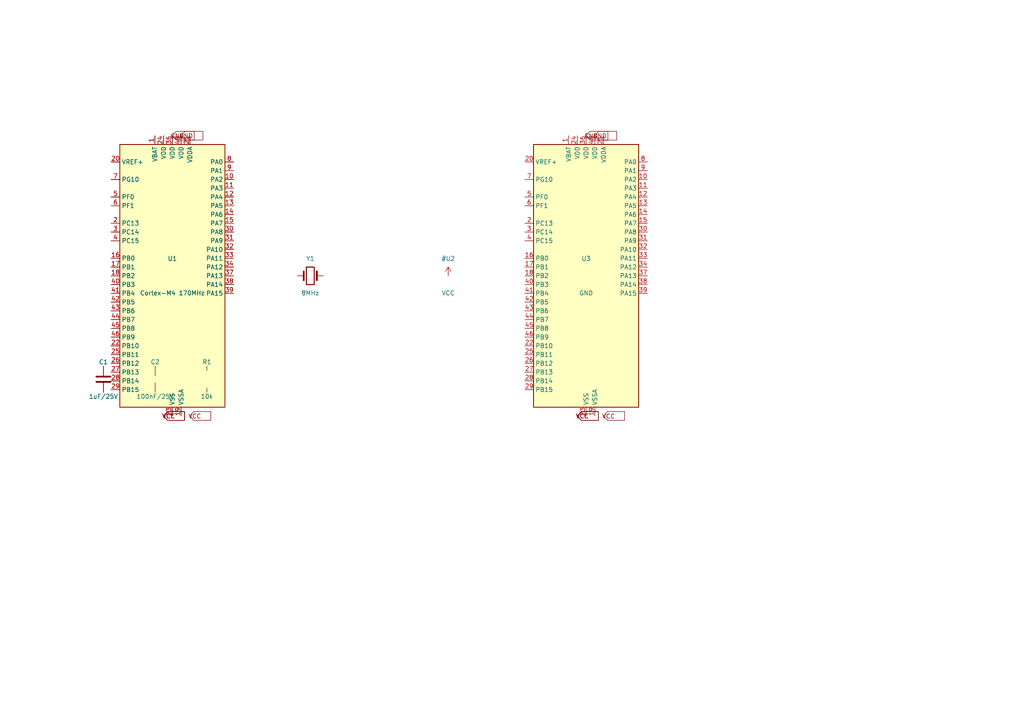
<source format=kicad_sch>
(kicad_sch (version 20231120) (generator "nexus_ee_design")
  (paper "A4")
  (lib_symbols
    (symbol "STM32G431CBTxZ"
      (property "Reference" "U" (at -15.24 39.37 0))
      (property "Value" "STM32G431CBTxZ" (at 7.62 39.37 0))
      (symbol "STM32G431CBTxZ_0_1"
        (rectangle (start -15.24 -38.1) (end 15.24 38.1) (stroke (width 0.254)) (fill (type background)))
      )
      (symbol "STM32G431CBTxZ_1_1"
        (pin input line (at -17.78 33.02 0) (length 2.54) (name "VREF+") (number "20"))
        (pin bidirectional line (at -17.78 27.94 0) (length 2.54) (name "PG10") (number "7"))
        (pin bidirectional line (at -17.78 22.86 0) (length 2.54) (name "PF0") (number "5"))
        (pin bidirectional line (at -17.78 20.32 0) (length 2.54) (name "PF1") (number "6"))
        (pin bidirectional line (at -17.78 15.24 0) (length 2.54) (name "PC13") (number "2"))
        (pin bidirectional line (at -17.78 12.7 0) (length 2.54) (name "PC14") (number "3"))
        (pin bidirectional line (at -17.78 10.16 0) (length 2.54) (name "PC15") (number "4"))
        (pin bidirectional line (at -17.78 5.08 0) (length 2.54) (name "PB0") (number "16"))
        (pin bidirectional line (at -17.78 2.54 0) (length 2.54) (name "PB1") (number "17"))
        (pin bidirectional line (at -17.78 0 0) (length 2.54) (name "PB2") (number "18"))
        (pin bidirectional line (at -17.78 -2.54 0) (length 2.54) (name "PB3") (number "40"))
        (pin bidirectional line (at -17.78 -5.08 0) (length 2.54) (name "PB4") (number "41"))
        (pin bidirectional line (at -17.78 -7.62 0) (length 2.54) (name "PB5") (number "42"))
        (pin bidirectional line (at -17.78 -10.16 0) (length 2.54) (name "PB6") (number "43"))
        (pin bidirectional line (at -17.78 -12.7 0) (length 2.54) (name "PB7") (number "44"))
        (pin bidirectional line (at -17.78 -15.24 0) (length 2.54) (name "PB8") (number "45"))
        (pin bidirectional line (at -17.78 -17.78 0) (length 2.54) (name "PB9") (number "46"))
        (pin bidirectional line (at -17.78 -20.32 0) (length 2.54) (name "PB10") (number "22"))
        (pin bidirectional line (at -17.78 -22.86 0) (length 2.54) (name "PB11") (number "25"))
        (pin bidirectional line (at -17.78 -25.4 0) (length 2.54) (name "PB12") (number "26"))
        (pin bidirectional line (at -17.78 -27.94 0) (length 2.54) (name "PB13") (number "27"))
        (pin bidirectional line (at -17.78 -30.48 0) (length 2.54) (name "PB14") (number "28"))
        (pin bidirectional line (at -17.78 -33.02 0) (length 2.54) (name "PB15") (number "29"))
        (pin power_in line (at -5.08 40.64 270) (length 2.54) (name "VBAT") (number "1"))
        (pin power_in line (at -2.54 40.64 270) (length 2.54) (name "VDD") (number "24"))
        (pin power_in line (at 0 40.64 270) (length 2.54) (name "VDD") (number "36"))
        (pin power_in line (at 0 -40.64 90) (length 2.54) (name "VSS") (number "23"))
        (pin passive line (at 0 -40.64 90) (length 2.54) (hide yes) (name "VSS") (number "35"))
        (pin passive line (at 0 -40.64 90) (length 2.54) (hide yes) (name "VSS") (number "47"))
        (pin power_in line (at 2.54 40.64 270) (length 2.54) (name "VDD") (number "48"))
        (pin power_in line (at 2.54 -40.64 90) (length 2.54) (name "VSSA") (number "19"))
        (pin power_in line (at 5.08 40.64 270) (length 2.54) (name "VDDA") (number "21"))
        (pin bidirectional line (at 17.78 33.02 180) (length 2.54) (name "PA0") (number "8"))
        (pin bidirectional line (at 17.78 30.48 180) (length 2.54) (name "PA1") (number "9"))
        (pin bidirectional line (at 17.78 27.94 180) (length 2.54) (name "PA2") (number "10"))
        (pin bidirectional line (at 17.78 25.4 180) (length 2.54) (name "PA3") (number "11"))
        (pin bidirectional line (at 17.78 22.86 180) (length 2.54) (name "PA4") (number "12"))
        (pin bidirectional line (at 17.78 20.32 180) (length 2.54) (name "PA5") (number "13"))
        (pin bidirectional line (at 17.78 17.78 180) (length 2.54) (name "PA6") (number "14"))
        (pin bidirectional line (at 17.78 15.24 180) (length 2.54) (name "PA7") (number "15"))
        (pin bidirectional line (at 17.78 12.7 180) (length 2.54) (name "PA8") (number "30"))
        (pin bidirectional line (at 17.78 10.16 180) (length 2.54) (name "PA9") (number "31"))
        (pin bidirectional line (at 17.78 7.62 180) (length 2.54) (name "PA10") (number "32"))
        (pin bidirectional line (at 17.78 5.08 180) (length 2.54) (name "PA11") (number "33"))
        (pin bidirectional line (at 17.78 2.54 180) (length 2.54) (name "PA12") (number "34"))
        (pin bidirectional line (at 17.78 0 180) (length 2.54) (name "PA13") (number "37"))
        (pin bidirectional line (at 17.78 -2.54 180) (length 2.54) (name "PA14") (number "38"))
        (pin bidirectional line (at 17.78 -5.08 180) (length 2.54) (name "PA15") (number "39"))
      )
    )
    (symbol "Crystal" (pin_numbers (hide yes)) (pin_names (offset 1.016) (hide yes))
      (property "Reference" "Y" (at 0 3.81 0))
      (property "Value" "Crystal" (at 0 -3.81 0))
      (symbol "Crystal_0_1"
        (polyline (pts (xy -2.54 0) (xy -1.905 0)))
        (polyline (pts (xy -1.905 -1.27) (xy -1.905 1.27)) (stroke (width 0.508)))
        (rectangle (start -1.143 2.54) (end 1.143 -2.54) (stroke (width 0.3048)))
        (polyline (pts (xy 1.905 -1.27) (xy 1.905 1.27)) (stroke (width 0.508)))
        (polyline (pts (xy 2.54 0) (xy 1.905 0)))
      )
      (symbol "Crystal_1_1"
        (pin passive line (at -3.81 0 0) (length 1.27) (name "1") (number "1"))
        (pin passive line (at 3.81 0 180) (length 1.27) (name "2") (number "2"))
      )
    )
    (symbol "C" (pin_numbers (hide yes)) (pin_names (offset 0.254))
      (property "Reference" "C" (at 0.635 2.54 0))
      (property "Value" "C" (at 0.635 -2.54 0))
      (symbol "C_0_1"
        (polyline (pts (xy -2.032 0.762) (xy 2.032 0.762)) (stroke (width 0.508)))
        (polyline (pts (xy -2.032 -0.762) (xy 2.032 -0.762)) (stroke (width 0.508)))
      )
      (symbol "C_1_1"
        (pin passive line (at 0 3.81 270) (length 2.794) (name "~") (number "1"))
        (pin passive line (at 0 -3.81 90) (length 2.794) (name "~") (number "2"))
      )
    )
    (symbol "R" (pin_numbers (hide yes)) (pin_names (offset 0))
      (property "Reference" "R" (at 2.032 0 90))
      (property "Value" "R" (at 0 0 90))
      (symbol "R_0_1"
        (rectangle (start -1.016 -2.54) (end 1.016 2.54) (stroke (width 0.254)))
      )
      (symbol "R_1_1"
        (pin passive line (at 0 3.81 270) (length 1.27) (name "~") (number "1"))
        (pin passive line (at 0 -3.81 90) (length 1.27) (name "~") (number "2"))
      )
    )
    (symbol "VCC" (power) (pin_numbers (hide yes)) (pin_names (offset 0) (hide yes))
      (property "Value" "VCC" (at 0 3.556 0))
      (symbol "VCC_0_1"
        (polyline (pts (xy -0.762 1.27) (xy 0 2.54)))
        (polyline (pts (xy 0 2.54) (xy 0.762 1.27)))
        (polyline (pts (xy 0 0) (xy 0 2.54)))
      )
      (symbol "VCC_1_1"
        (pin power_in line (at 0 0 90) (length 0) (name "~") (number "1"))
      )
    )
  )
  (symbol (lib_id "STM32G431CBTxZ") (at 50.0 80.0 0) (unit 1)
    (property "Reference" "U1" (at 50.0 75.0 0))
    (property "Value" "Cortex-M4 170MHz" (at 50.0 85.0 0))
  )
  (symbol (lib_id "Crystal") (at 90.0 80.0 0) (unit 1)
    (property "Reference" "Y1" (at 90.0 75.0 0))
    (property "Value" "8MHz" (at 90.0 85.0 0))
  )
  (symbol (lib_id "C") (at 30.0 110.0 0) (unit 1)
    (property "Reference" "C1" (at 30.0 105.0 0))
    (property "Value" "1uF/25V" (at 30.0 115.0 0))
  )
  (symbol (lib_id "C") (at 45.0 110.0 0) (unit 1)
    (property "Reference" "C2" (at 45.0 105.0 0))
    (property "Value" "100nF/25V" (at 45.0 115.0 0))
  )
  (symbol (lib_id "R") (at 60.0 110.0 0) (unit 1)
    (property "Reference" "R1" (at 60.0 105.0 0))
    (property "Value" "10k" (at 60.0 115.0 0))
  )
  (symbol (lib_id "VCC") (at 130.0 80.0 0) (unit 1)
    (property "Reference" "U2" (at 130.0 75.0 0))
    (property "Value" "VCC" (at 130.0 85.0 0))
  )
  (symbol (lib_id "STM32G431CBTxZ") (at 170.0 80.0 0) (unit 1)
    (property "Reference" "U3" (at 170.0 75.0 0))
    (property "Value" "GND" (at 170.0 85.0 0))
  )
  (global_label "VCC" (shape input) (at 47.46 120.64 0))
  (global_label "VCC" (shape input) (at 47.46 120.64 0))
  (global_label "GND" (shape input) (at 50.0 39.36 0))
  (global_label "VCC" (shape input) (at 47.46 120.64 0))
  (global_label "GND" (shape input) (at 52.54 39.36 0))
  (global_label "VCC" (shape input) (at 55.08 120.64 0))
  (global_label "VCC" (shape input) (at 167.46 120.64 0))
  (global_label "VCC" (shape input) (at 167.46 120.64 0))
  (global_label "GND" (shape input) (at 170.0 39.36 0))
  (global_label "VCC" (shape input) (at 167.46 120.64 0))
  (global_label "GND" (shape input) (at 172.54 39.36 0))
  (global_label "VCC" (shape input) (at 175.08 120.64 0))
)
</source>
